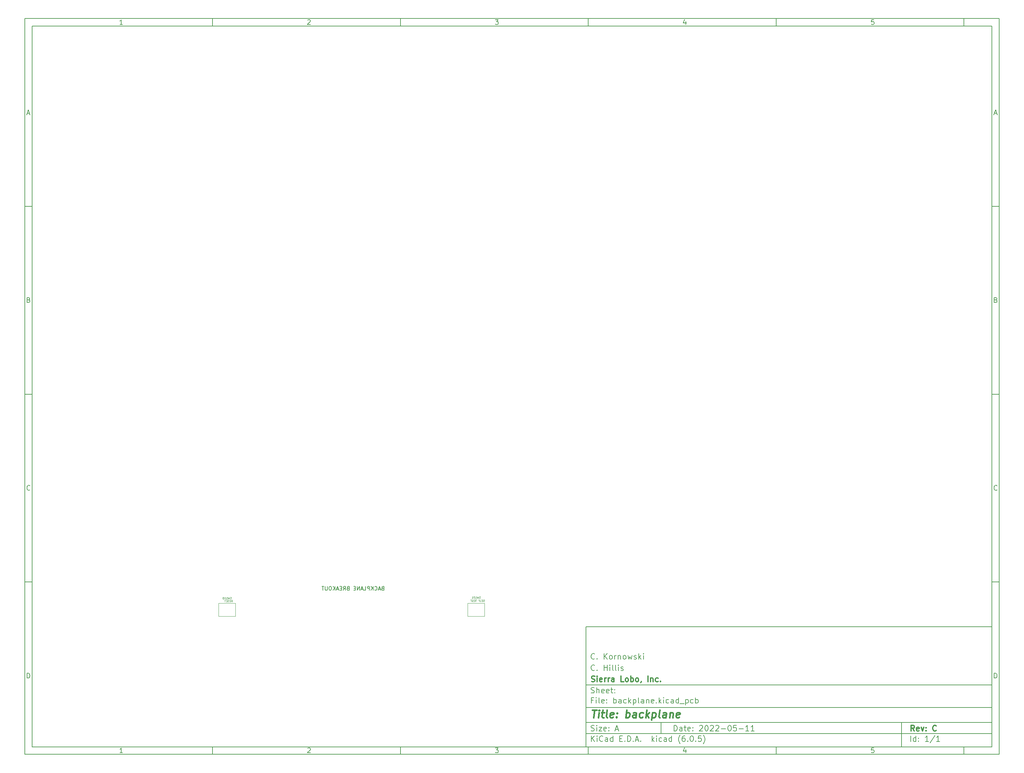
<source format=gbo>
G04 #@! TF.GenerationSoftware,KiCad,Pcbnew,(6.0.5)*
G04 #@! TF.CreationDate,2022-05-19T10:27:32-04:00*
G04 #@! TF.ProjectId,backplane,6261636b-706c-4616-9e65-2e6b69636164,C*
G04 #@! TF.SameCoordinates,Original*
G04 #@! TF.FileFunction,Legend,Bot*
G04 #@! TF.FilePolarity,Positive*
%FSLAX46Y46*%
G04 Gerber Fmt 4.6, Leading zero omitted, Abs format (unit mm)*
G04 Created by KiCad (PCBNEW (6.0.5)) date 2022-05-19 10:27:32*
%MOMM*%
%LPD*%
G01*
G04 APERTURE LIST*
%ADD10C,0.100000*%
%ADD11C,0.150000*%
%ADD12C,0.300000*%
%ADD13C,0.400000*%
%ADD14C,0.120000*%
G04 APERTURE END LIST*
D10*
D11*
X159400000Y-171900000D02*
X159400000Y-203900000D01*
X267400000Y-203900000D01*
X267400000Y-171900000D01*
X159400000Y-171900000D01*
D10*
D11*
X10000000Y-10000000D02*
X10000000Y-205900000D01*
X269400000Y-205900000D01*
X269400000Y-10000000D01*
X10000000Y-10000000D01*
D10*
D11*
X12000000Y-12000000D02*
X12000000Y-203900000D01*
X267400000Y-203900000D01*
X267400000Y-12000000D01*
X12000000Y-12000000D01*
D10*
D11*
X60000000Y-12000000D02*
X60000000Y-10000000D01*
D10*
D11*
X110000000Y-12000000D02*
X110000000Y-10000000D01*
D10*
D11*
X160000000Y-12000000D02*
X160000000Y-10000000D01*
D10*
D11*
X210000000Y-12000000D02*
X210000000Y-10000000D01*
D10*
D11*
X260000000Y-12000000D02*
X260000000Y-10000000D01*
D10*
D11*
X36065476Y-11588095D02*
X35322619Y-11588095D01*
X35694047Y-11588095D02*
X35694047Y-10288095D01*
X35570238Y-10473809D01*
X35446428Y-10597619D01*
X35322619Y-10659523D01*
D10*
D11*
X85322619Y-10411904D02*
X85384523Y-10350000D01*
X85508333Y-10288095D01*
X85817857Y-10288095D01*
X85941666Y-10350000D01*
X86003571Y-10411904D01*
X86065476Y-10535714D01*
X86065476Y-10659523D01*
X86003571Y-10845238D01*
X85260714Y-11588095D01*
X86065476Y-11588095D01*
D10*
D11*
X135260714Y-10288095D02*
X136065476Y-10288095D01*
X135632142Y-10783333D01*
X135817857Y-10783333D01*
X135941666Y-10845238D01*
X136003571Y-10907142D01*
X136065476Y-11030952D01*
X136065476Y-11340476D01*
X136003571Y-11464285D01*
X135941666Y-11526190D01*
X135817857Y-11588095D01*
X135446428Y-11588095D01*
X135322619Y-11526190D01*
X135260714Y-11464285D01*
D10*
D11*
X185941666Y-10721428D02*
X185941666Y-11588095D01*
X185632142Y-10226190D02*
X185322619Y-11154761D01*
X186127380Y-11154761D01*
D10*
D11*
X236003571Y-10288095D02*
X235384523Y-10288095D01*
X235322619Y-10907142D01*
X235384523Y-10845238D01*
X235508333Y-10783333D01*
X235817857Y-10783333D01*
X235941666Y-10845238D01*
X236003571Y-10907142D01*
X236065476Y-11030952D01*
X236065476Y-11340476D01*
X236003571Y-11464285D01*
X235941666Y-11526190D01*
X235817857Y-11588095D01*
X235508333Y-11588095D01*
X235384523Y-11526190D01*
X235322619Y-11464285D01*
D10*
D11*
X60000000Y-203900000D02*
X60000000Y-205900000D01*
D10*
D11*
X110000000Y-203900000D02*
X110000000Y-205900000D01*
D10*
D11*
X160000000Y-203900000D02*
X160000000Y-205900000D01*
D10*
D11*
X210000000Y-203900000D02*
X210000000Y-205900000D01*
D10*
D11*
X260000000Y-203900000D02*
X260000000Y-205900000D01*
D10*
D11*
X36065476Y-205488095D02*
X35322619Y-205488095D01*
X35694047Y-205488095D02*
X35694047Y-204188095D01*
X35570238Y-204373809D01*
X35446428Y-204497619D01*
X35322619Y-204559523D01*
D10*
D11*
X85322619Y-204311904D02*
X85384523Y-204250000D01*
X85508333Y-204188095D01*
X85817857Y-204188095D01*
X85941666Y-204250000D01*
X86003571Y-204311904D01*
X86065476Y-204435714D01*
X86065476Y-204559523D01*
X86003571Y-204745238D01*
X85260714Y-205488095D01*
X86065476Y-205488095D01*
D10*
D11*
X135260714Y-204188095D02*
X136065476Y-204188095D01*
X135632142Y-204683333D01*
X135817857Y-204683333D01*
X135941666Y-204745238D01*
X136003571Y-204807142D01*
X136065476Y-204930952D01*
X136065476Y-205240476D01*
X136003571Y-205364285D01*
X135941666Y-205426190D01*
X135817857Y-205488095D01*
X135446428Y-205488095D01*
X135322619Y-205426190D01*
X135260714Y-205364285D01*
D10*
D11*
X185941666Y-204621428D02*
X185941666Y-205488095D01*
X185632142Y-204126190D02*
X185322619Y-205054761D01*
X186127380Y-205054761D01*
D10*
D11*
X236003571Y-204188095D02*
X235384523Y-204188095D01*
X235322619Y-204807142D01*
X235384523Y-204745238D01*
X235508333Y-204683333D01*
X235817857Y-204683333D01*
X235941666Y-204745238D01*
X236003571Y-204807142D01*
X236065476Y-204930952D01*
X236065476Y-205240476D01*
X236003571Y-205364285D01*
X235941666Y-205426190D01*
X235817857Y-205488095D01*
X235508333Y-205488095D01*
X235384523Y-205426190D01*
X235322619Y-205364285D01*
D10*
D11*
X10000000Y-60000000D02*
X12000000Y-60000000D01*
D10*
D11*
X10000000Y-110000000D02*
X12000000Y-110000000D01*
D10*
D11*
X10000000Y-160000000D02*
X12000000Y-160000000D01*
D10*
D11*
X10690476Y-35216666D02*
X11309523Y-35216666D01*
X10566666Y-35588095D02*
X11000000Y-34288095D01*
X11433333Y-35588095D01*
D10*
D11*
X11092857Y-84907142D02*
X11278571Y-84969047D01*
X11340476Y-85030952D01*
X11402380Y-85154761D01*
X11402380Y-85340476D01*
X11340476Y-85464285D01*
X11278571Y-85526190D01*
X11154761Y-85588095D01*
X10659523Y-85588095D01*
X10659523Y-84288095D01*
X11092857Y-84288095D01*
X11216666Y-84350000D01*
X11278571Y-84411904D01*
X11340476Y-84535714D01*
X11340476Y-84659523D01*
X11278571Y-84783333D01*
X11216666Y-84845238D01*
X11092857Y-84907142D01*
X10659523Y-84907142D01*
D10*
D11*
X11402380Y-135464285D02*
X11340476Y-135526190D01*
X11154761Y-135588095D01*
X11030952Y-135588095D01*
X10845238Y-135526190D01*
X10721428Y-135402380D01*
X10659523Y-135278571D01*
X10597619Y-135030952D01*
X10597619Y-134845238D01*
X10659523Y-134597619D01*
X10721428Y-134473809D01*
X10845238Y-134350000D01*
X11030952Y-134288095D01*
X11154761Y-134288095D01*
X11340476Y-134350000D01*
X11402380Y-134411904D01*
D10*
D11*
X10659523Y-185588095D02*
X10659523Y-184288095D01*
X10969047Y-184288095D01*
X11154761Y-184350000D01*
X11278571Y-184473809D01*
X11340476Y-184597619D01*
X11402380Y-184845238D01*
X11402380Y-185030952D01*
X11340476Y-185278571D01*
X11278571Y-185402380D01*
X11154761Y-185526190D01*
X10969047Y-185588095D01*
X10659523Y-185588095D01*
D10*
D11*
X269400000Y-60000000D02*
X267400000Y-60000000D01*
D10*
D11*
X269400000Y-110000000D02*
X267400000Y-110000000D01*
D10*
D11*
X269400000Y-160000000D02*
X267400000Y-160000000D01*
D10*
D11*
X268090476Y-35216666D02*
X268709523Y-35216666D01*
X267966666Y-35588095D02*
X268400000Y-34288095D01*
X268833333Y-35588095D01*
D10*
D11*
X268492857Y-84907142D02*
X268678571Y-84969047D01*
X268740476Y-85030952D01*
X268802380Y-85154761D01*
X268802380Y-85340476D01*
X268740476Y-85464285D01*
X268678571Y-85526190D01*
X268554761Y-85588095D01*
X268059523Y-85588095D01*
X268059523Y-84288095D01*
X268492857Y-84288095D01*
X268616666Y-84350000D01*
X268678571Y-84411904D01*
X268740476Y-84535714D01*
X268740476Y-84659523D01*
X268678571Y-84783333D01*
X268616666Y-84845238D01*
X268492857Y-84907142D01*
X268059523Y-84907142D01*
D10*
D11*
X268802380Y-135464285D02*
X268740476Y-135526190D01*
X268554761Y-135588095D01*
X268430952Y-135588095D01*
X268245238Y-135526190D01*
X268121428Y-135402380D01*
X268059523Y-135278571D01*
X267997619Y-135030952D01*
X267997619Y-134845238D01*
X268059523Y-134597619D01*
X268121428Y-134473809D01*
X268245238Y-134350000D01*
X268430952Y-134288095D01*
X268554761Y-134288095D01*
X268740476Y-134350000D01*
X268802380Y-134411904D01*
D10*
D11*
X268059523Y-185588095D02*
X268059523Y-184288095D01*
X268369047Y-184288095D01*
X268554761Y-184350000D01*
X268678571Y-184473809D01*
X268740476Y-184597619D01*
X268802380Y-184845238D01*
X268802380Y-185030952D01*
X268740476Y-185278571D01*
X268678571Y-185402380D01*
X268554761Y-185526190D01*
X268369047Y-185588095D01*
X268059523Y-185588095D01*
D10*
D11*
X182832142Y-199678571D02*
X182832142Y-198178571D01*
X183189285Y-198178571D01*
X183403571Y-198250000D01*
X183546428Y-198392857D01*
X183617857Y-198535714D01*
X183689285Y-198821428D01*
X183689285Y-199035714D01*
X183617857Y-199321428D01*
X183546428Y-199464285D01*
X183403571Y-199607142D01*
X183189285Y-199678571D01*
X182832142Y-199678571D01*
X184975000Y-199678571D02*
X184975000Y-198892857D01*
X184903571Y-198750000D01*
X184760714Y-198678571D01*
X184475000Y-198678571D01*
X184332142Y-198750000D01*
X184975000Y-199607142D02*
X184832142Y-199678571D01*
X184475000Y-199678571D01*
X184332142Y-199607142D01*
X184260714Y-199464285D01*
X184260714Y-199321428D01*
X184332142Y-199178571D01*
X184475000Y-199107142D01*
X184832142Y-199107142D01*
X184975000Y-199035714D01*
X185475000Y-198678571D02*
X186046428Y-198678571D01*
X185689285Y-198178571D02*
X185689285Y-199464285D01*
X185760714Y-199607142D01*
X185903571Y-199678571D01*
X186046428Y-199678571D01*
X187117857Y-199607142D02*
X186975000Y-199678571D01*
X186689285Y-199678571D01*
X186546428Y-199607142D01*
X186475000Y-199464285D01*
X186475000Y-198892857D01*
X186546428Y-198750000D01*
X186689285Y-198678571D01*
X186975000Y-198678571D01*
X187117857Y-198750000D01*
X187189285Y-198892857D01*
X187189285Y-199035714D01*
X186475000Y-199178571D01*
X187832142Y-199535714D02*
X187903571Y-199607142D01*
X187832142Y-199678571D01*
X187760714Y-199607142D01*
X187832142Y-199535714D01*
X187832142Y-199678571D01*
X187832142Y-198750000D02*
X187903571Y-198821428D01*
X187832142Y-198892857D01*
X187760714Y-198821428D01*
X187832142Y-198750000D01*
X187832142Y-198892857D01*
X189617857Y-198321428D02*
X189689285Y-198250000D01*
X189832142Y-198178571D01*
X190189285Y-198178571D01*
X190332142Y-198250000D01*
X190403571Y-198321428D01*
X190475000Y-198464285D01*
X190475000Y-198607142D01*
X190403571Y-198821428D01*
X189546428Y-199678571D01*
X190475000Y-199678571D01*
X191403571Y-198178571D02*
X191546428Y-198178571D01*
X191689285Y-198250000D01*
X191760714Y-198321428D01*
X191832142Y-198464285D01*
X191903571Y-198750000D01*
X191903571Y-199107142D01*
X191832142Y-199392857D01*
X191760714Y-199535714D01*
X191689285Y-199607142D01*
X191546428Y-199678571D01*
X191403571Y-199678571D01*
X191260714Y-199607142D01*
X191189285Y-199535714D01*
X191117857Y-199392857D01*
X191046428Y-199107142D01*
X191046428Y-198750000D01*
X191117857Y-198464285D01*
X191189285Y-198321428D01*
X191260714Y-198250000D01*
X191403571Y-198178571D01*
X192475000Y-198321428D02*
X192546428Y-198250000D01*
X192689285Y-198178571D01*
X193046428Y-198178571D01*
X193189285Y-198250000D01*
X193260714Y-198321428D01*
X193332142Y-198464285D01*
X193332142Y-198607142D01*
X193260714Y-198821428D01*
X192403571Y-199678571D01*
X193332142Y-199678571D01*
X193903571Y-198321428D02*
X193975000Y-198250000D01*
X194117857Y-198178571D01*
X194475000Y-198178571D01*
X194617857Y-198250000D01*
X194689285Y-198321428D01*
X194760714Y-198464285D01*
X194760714Y-198607142D01*
X194689285Y-198821428D01*
X193832142Y-199678571D01*
X194760714Y-199678571D01*
X195403571Y-199107142D02*
X196546428Y-199107142D01*
X197546428Y-198178571D02*
X197689285Y-198178571D01*
X197832142Y-198250000D01*
X197903571Y-198321428D01*
X197975000Y-198464285D01*
X198046428Y-198750000D01*
X198046428Y-199107142D01*
X197975000Y-199392857D01*
X197903571Y-199535714D01*
X197832142Y-199607142D01*
X197689285Y-199678571D01*
X197546428Y-199678571D01*
X197403571Y-199607142D01*
X197332142Y-199535714D01*
X197260714Y-199392857D01*
X197189285Y-199107142D01*
X197189285Y-198750000D01*
X197260714Y-198464285D01*
X197332142Y-198321428D01*
X197403571Y-198250000D01*
X197546428Y-198178571D01*
X199403571Y-198178571D02*
X198689285Y-198178571D01*
X198617857Y-198892857D01*
X198689285Y-198821428D01*
X198832142Y-198750000D01*
X199189285Y-198750000D01*
X199332142Y-198821428D01*
X199403571Y-198892857D01*
X199475000Y-199035714D01*
X199475000Y-199392857D01*
X199403571Y-199535714D01*
X199332142Y-199607142D01*
X199189285Y-199678571D01*
X198832142Y-199678571D01*
X198689285Y-199607142D01*
X198617857Y-199535714D01*
X200117857Y-199107142D02*
X201260714Y-199107142D01*
X202760714Y-199678571D02*
X201903571Y-199678571D01*
X202332142Y-199678571D02*
X202332142Y-198178571D01*
X202189285Y-198392857D01*
X202046428Y-198535714D01*
X201903571Y-198607142D01*
X204189285Y-199678571D02*
X203332142Y-199678571D01*
X203760714Y-199678571D02*
X203760714Y-198178571D01*
X203617857Y-198392857D01*
X203475000Y-198535714D01*
X203332142Y-198607142D01*
D10*
D11*
X159400000Y-200400000D02*
X267400000Y-200400000D01*
D10*
D11*
X160832142Y-202478571D02*
X160832142Y-200978571D01*
X161689285Y-202478571D02*
X161046428Y-201621428D01*
X161689285Y-200978571D02*
X160832142Y-201835714D01*
X162332142Y-202478571D02*
X162332142Y-201478571D01*
X162332142Y-200978571D02*
X162260714Y-201050000D01*
X162332142Y-201121428D01*
X162403571Y-201050000D01*
X162332142Y-200978571D01*
X162332142Y-201121428D01*
X163903571Y-202335714D02*
X163832142Y-202407142D01*
X163617857Y-202478571D01*
X163475000Y-202478571D01*
X163260714Y-202407142D01*
X163117857Y-202264285D01*
X163046428Y-202121428D01*
X162975000Y-201835714D01*
X162975000Y-201621428D01*
X163046428Y-201335714D01*
X163117857Y-201192857D01*
X163260714Y-201050000D01*
X163475000Y-200978571D01*
X163617857Y-200978571D01*
X163832142Y-201050000D01*
X163903571Y-201121428D01*
X165189285Y-202478571D02*
X165189285Y-201692857D01*
X165117857Y-201550000D01*
X164975000Y-201478571D01*
X164689285Y-201478571D01*
X164546428Y-201550000D01*
X165189285Y-202407142D02*
X165046428Y-202478571D01*
X164689285Y-202478571D01*
X164546428Y-202407142D01*
X164475000Y-202264285D01*
X164475000Y-202121428D01*
X164546428Y-201978571D01*
X164689285Y-201907142D01*
X165046428Y-201907142D01*
X165189285Y-201835714D01*
X166546428Y-202478571D02*
X166546428Y-200978571D01*
X166546428Y-202407142D02*
X166403571Y-202478571D01*
X166117857Y-202478571D01*
X165975000Y-202407142D01*
X165903571Y-202335714D01*
X165832142Y-202192857D01*
X165832142Y-201764285D01*
X165903571Y-201621428D01*
X165975000Y-201550000D01*
X166117857Y-201478571D01*
X166403571Y-201478571D01*
X166546428Y-201550000D01*
X168403571Y-201692857D02*
X168903571Y-201692857D01*
X169117857Y-202478571D02*
X168403571Y-202478571D01*
X168403571Y-200978571D01*
X169117857Y-200978571D01*
X169760714Y-202335714D02*
X169832142Y-202407142D01*
X169760714Y-202478571D01*
X169689285Y-202407142D01*
X169760714Y-202335714D01*
X169760714Y-202478571D01*
X170475000Y-202478571D02*
X170475000Y-200978571D01*
X170832142Y-200978571D01*
X171046428Y-201050000D01*
X171189285Y-201192857D01*
X171260714Y-201335714D01*
X171332142Y-201621428D01*
X171332142Y-201835714D01*
X171260714Y-202121428D01*
X171189285Y-202264285D01*
X171046428Y-202407142D01*
X170832142Y-202478571D01*
X170475000Y-202478571D01*
X171975000Y-202335714D02*
X172046428Y-202407142D01*
X171975000Y-202478571D01*
X171903571Y-202407142D01*
X171975000Y-202335714D01*
X171975000Y-202478571D01*
X172617857Y-202050000D02*
X173332142Y-202050000D01*
X172475000Y-202478571D02*
X172975000Y-200978571D01*
X173475000Y-202478571D01*
X173975000Y-202335714D02*
X174046428Y-202407142D01*
X173975000Y-202478571D01*
X173903571Y-202407142D01*
X173975000Y-202335714D01*
X173975000Y-202478571D01*
X176975000Y-202478571D02*
X176975000Y-200978571D01*
X177117857Y-201907142D02*
X177546428Y-202478571D01*
X177546428Y-201478571D02*
X176975000Y-202050000D01*
X178189285Y-202478571D02*
X178189285Y-201478571D01*
X178189285Y-200978571D02*
X178117857Y-201050000D01*
X178189285Y-201121428D01*
X178260714Y-201050000D01*
X178189285Y-200978571D01*
X178189285Y-201121428D01*
X179546428Y-202407142D02*
X179403571Y-202478571D01*
X179117857Y-202478571D01*
X178975000Y-202407142D01*
X178903571Y-202335714D01*
X178832142Y-202192857D01*
X178832142Y-201764285D01*
X178903571Y-201621428D01*
X178975000Y-201550000D01*
X179117857Y-201478571D01*
X179403571Y-201478571D01*
X179546428Y-201550000D01*
X180832142Y-202478571D02*
X180832142Y-201692857D01*
X180760714Y-201550000D01*
X180617857Y-201478571D01*
X180332142Y-201478571D01*
X180189285Y-201550000D01*
X180832142Y-202407142D02*
X180689285Y-202478571D01*
X180332142Y-202478571D01*
X180189285Y-202407142D01*
X180117857Y-202264285D01*
X180117857Y-202121428D01*
X180189285Y-201978571D01*
X180332142Y-201907142D01*
X180689285Y-201907142D01*
X180832142Y-201835714D01*
X182189285Y-202478571D02*
X182189285Y-200978571D01*
X182189285Y-202407142D02*
X182046428Y-202478571D01*
X181760714Y-202478571D01*
X181617857Y-202407142D01*
X181546428Y-202335714D01*
X181475000Y-202192857D01*
X181475000Y-201764285D01*
X181546428Y-201621428D01*
X181617857Y-201550000D01*
X181760714Y-201478571D01*
X182046428Y-201478571D01*
X182189285Y-201550000D01*
X184475000Y-203050000D02*
X184403571Y-202978571D01*
X184260714Y-202764285D01*
X184189285Y-202621428D01*
X184117857Y-202407142D01*
X184046428Y-202050000D01*
X184046428Y-201764285D01*
X184117857Y-201407142D01*
X184189285Y-201192857D01*
X184260714Y-201050000D01*
X184403571Y-200835714D01*
X184475000Y-200764285D01*
X185689285Y-200978571D02*
X185403571Y-200978571D01*
X185260714Y-201050000D01*
X185189285Y-201121428D01*
X185046428Y-201335714D01*
X184975000Y-201621428D01*
X184975000Y-202192857D01*
X185046428Y-202335714D01*
X185117857Y-202407142D01*
X185260714Y-202478571D01*
X185546428Y-202478571D01*
X185689285Y-202407142D01*
X185760714Y-202335714D01*
X185832142Y-202192857D01*
X185832142Y-201835714D01*
X185760714Y-201692857D01*
X185689285Y-201621428D01*
X185546428Y-201550000D01*
X185260714Y-201550000D01*
X185117857Y-201621428D01*
X185046428Y-201692857D01*
X184975000Y-201835714D01*
X186475000Y-202335714D02*
X186546428Y-202407142D01*
X186475000Y-202478571D01*
X186403571Y-202407142D01*
X186475000Y-202335714D01*
X186475000Y-202478571D01*
X187475000Y-200978571D02*
X187617857Y-200978571D01*
X187760714Y-201050000D01*
X187832142Y-201121428D01*
X187903571Y-201264285D01*
X187975000Y-201550000D01*
X187975000Y-201907142D01*
X187903571Y-202192857D01*
X187832142Y-202335714D01*
X187760714Y-202407142D01*
X187617857Y-202478571D01*
X187475000Y-202478571D01*
X187332142Y-202407142D01*
X187260714Y-202335714D01*
X187189285Y-202192857D01*
X187117857Y-201907142D01*
X187117857Y-201550000D01*
X187189285Y-201264285D01*
X187260714Y-201121428D01*
X187332142Y-201050000D01*
X187475000Y-200978571D01*
X188617857Y-202335714D02*
X188689285Y-202407142D01*
X188617857Y-202478571D01*
X188546428Y-202407142D01*
X188617857Y-202335714D01*
X188617857Y-202478571D01*
X190046428Y-200978571D02*
X189332142Y-200978571D01*
X189260714Y-201692857D01*
X189332142Y-201621428D01*
X189475000Y-201550000D01*
X189832142Y-201550000D01*
X189975000Y-201621428D01*
X190046428Y-201692857D01*
X190117857Y-201835714D01*
X190117857Y-202192857D01*
X190046428Y-202335714D01*
X189975000Y-202407142D01*
X189832142Y-202478571D01*
X189475000Y-202478571D01*
X189332142Y-202407142D01*
X189260714Y-202335714D01*
X190617857Y-203050000D02*
X190689285Y-202978571D01*
X190832142Y-202764285D01*
X190903571Y-202621428D01*
X190975000Y-202407142D01*
X191046428Y-202050000D01*
X191046428Y-201764285D01*
X190975000Y-201407142D01*
X190903571Y-201192857D01*
X190832142Y-201050000D01*
X190689285Y-200835714D01*
X190617857Y-200764285D01*
D10*
D11*
X159400000Y-197400000D02*
X267400000Y-197400000D01*
D10*
D12*
X246809285Y-199678571D02*
X246309285Y-198964285D01*
X245952142Y-199678571D02*
X245952142Y-198178571D01*
X246523571Y-198178571D01*
X246666428Y-198250000D01*
X246737857Y-198321428D01*
X246809285Y-198464285D01*
X246809285Y-198678571D01*
X246737857Y-198821428D01*
X246666428Y-198892857D01*
X246523571Y-198964285D01*
X245952142Y-198964285D01*
X248023571Y-199607142D02*
X247880714Y-199678571D01*
X247595000Y-199678571D01*
X247452142Y-199607142D01*
X247380714Y-199464285D01*
X247380714Y-198892857D01*
X247452142Y-198750000D01*
X247595000Y-198678571D01*
X247880714Y-198678571D01*
X248023571Y-198750000D01*
X248095000Y-198892857D01*
X248095000Y-199035714D01*
X247380714Y-199178571D01*
X248595000Y-198678571D02*
X248952142Y-199678571D01*
X249309285Y-198678571D01*
X249880714Y-199535714D02*
X249952142Y-199607142D01*
X249880714Y-199678571D01*
X249809285Y-199607142D01*
X249880714Y-199535714D01*
X249880714Y-199678571D01*
X249880714Y-198750000D02*
X249952142Y-198821428D01*
X249880714Y-198892857D01*
X249809285Y-198821428D01*
X249880714Y-198750000D01*
X249880714Y-198892857D01*
X252595000Y-199535714D02*
X252523571Y-199607142D01*
X252309285Y-199678571D01*
X252166428Y-199678571D01*
X251952142Y-199607142D01*
X251809285Y-199464285D01*
X251737857Y-199321428D01*
X251666428Y-199035714D01*
X251666428Y-198821428D01*
X251737857Y-198535714D01*
X251809285Y-198392857D01*
X251952142Y-198250000D01*
X252166428Y-198178571D01*
X252309285Y-198178571D01*
X252523571Y-198250000D01*
X252595000Y-198321428D01*
D10*
D11*
X160760714Y-199607142D02*
X160975000Y-199678571D01*
X161332142Y-199678571D01*
X161475000Y-199607142D01*
X161546428Y-199535714D01*
X161617857Y-199392857D01*
X161617857Y-199250000D01*
X161546428Y-199107142D01*
X161475000Y-199035714D01*
X161332142Y-198964285D01*
X161046428Y-198892857D01*
X160903571Y-198821428D01*
X160832142Y-198750000D01*
X160760714Y-198607142D01*
X160760714Y-198464285D01*
X160832142Y-198321428D01*
X160903571Y-198250000D01*
X161046428Y-198178571D01*
X161403571Y-198178571D01*
X161617857Y-198250000D01*
X162260714Y-199678571D02*
X162260714Y-198678571D01*
X162260714Y-198178571D02*
X162189285Y-198250000D01*
X162260714Y-198321428D01*
X162332142Y-198250000D01*
X162260714Y-198178571D01*
X162260714Y-198321428D01*
X162832142Y-198678571D02*
X163617857Y-198678571D01*
X162832142Y-199678571D01*
X163617857Y-199678571D01*
X164760714Y-199607142D02*
X164617857Y-199678571D01*
X164332142Y-199678571D01*
X164189285Y-199607142D01*
X164117857Y-199464285D01*
X164117857Y-198892857D01*
X164189285Y-198750000D01*
X164332142Y-198678571D01*
X164617857Y-198678571D01*
X164760714Y-198750000D01*
X164832142Y-198892857D01*
X164832142Y-199035714D01*
X164117857Y-199178571D01*
X165475000Y-199535714D02*
X165546428Y-199607142D01*
X165475000Y-199678571D01*
X165403571Y-199607142D01*
X165475000Y-199535714D01*
X165475000Y-199678571D01*
X165475000Y-198750000D02*
X165546428Y-198821428D01*
X165475000Y-198892857D01*
X165403571Y-198821428D01*
X165475000Y-198750000D01*
X165475000Y-198892857D01*
X167260714Y-199250000D02*
X167975000Y-199250000D01*
X167117857Y-199678571D02*
X167617857Y-198178571D01*
X168117857Y-199678571D01*
D10*
D11*
X245832142Y-202478571D02*
X245832142Y-200978571D01*
X247189285Y-202478571D02*
X247189285Y-200978571D01*
X247189285Y-202407142D02*
X247046428Y-202478571D01*
X246760714Y-202478571D01*
X246617857Y-202407142D01*
X246546428Y-202335714D01*
X246475000Y-202192857D01*
X246475000Y-201764285D01*
X246546428Y-201621428D01*
X246617857Y-201550000D01*
X246760714Y-201478571D01*
X247046428Y-201478571D01*
X247189285Y-201550000D01*
X247903571Y-202335714D02*
X247975000Y-202407142D01*
X247903571Y-202478571D01*
X247832142Y-202407142D01*
X247903571Y-202335714D01*
X247903571Y-202478571D01*
X247903571Y-201550000D02*
X247975000Y-201621428D01*
X247903571Y-201692857D01*
X247832142Y-201621428D01*
X247903571Y-201550000D01*
X247903571Y-201692857D01*
X250546428Y-202478571D02*
X249689285Y-202478571D01*
X250117857Y-202478571D02*
X250117857Y-200978571D01*
X249975000Y-201192857D01*
X249832142Y-201335714D01*
X249689285Y-201407142D01*
X252260714Y-200907142D02*
X250975000Y-202835714D01*
X253546428Y-202478571D02*
X252689285Y-202478571D01*
X253117857Y-202478571D02*
X253117857Y-200978571D01*
X252975000Y-201192857D01*
X252832142Y-201335714D01*
X252689285Y-201407142D01*
D10*
D11*
X159400000Y-193400000D02*
X267400000Y-193400000D01*
D10*
D13*
X161112380Y-194104761D02*
X162255238Y-194104761D01*
X161433809Y-196104761D02*
X161683809Y-194104761D01*
X162671904Y-196104761D02*
X162838571Y-194771428D01*
X162921904Y-194104761D02*
X162814761Y-194200000D01*
X162898095Y-194295238D01*
X163005238Y-194200000D01*
X162921904Y-194104761D01*
X162898095Y-194295238D01*
X163505238Y-194771428D02*
X164267142Y-194771428D01*
X163874285Y-194104761D02*
X163660000Y-195819047D01*
X163731428Y-196009523D01*
X163910000Y-196104761D01*
X164100476Y-196104761D01*
X165052857Y-196104761D02*
X164874285Y-196009523D01*
X164802857Y-195819047D01*
X165017142Y-194104761D01*
X166588571Y-196009523D02*
X166386190Y-196104761D01*
X166005238Y-196104761D01*
X165826666Y-196009523D01*
X165755238Y-195819047D01*
X165850476Y-195057142D01*
X165969523Y-194866666D01*
X166171904Y-194771428D01*
X166552857Y-194771428D01*
X166731428Y-194866666D01*
X166802857Y-195057142D01*
X166779047Y-195247619D01*
X165802857Y-195438095D01*
X167552857Y-195914285D02*
X167636190Y-196009523D01*
X167529047Y-196104761D01*
X167445714Y-196009523D01*
X167552857Y-195914285D01*
X167529047Y-196104761D01*
X167683809Y-194866666D02*
X167767142Y-194961904D01*
X167660000Y-195057142D01*
X167576666Y-194961904D01*
X167683809Y-194866666D01*
X167660000Y-195057142D01*
X170005238Y-196104761D02*
X170255238Y-194104761D01*
X170160000Y-194866666D02*
X170362380Y-194771428D01*
X170743333Y-194771428D01*
X170921904Y-194866666D01*
X171005238Y-194961904D01*
X171076666Y-195152380D01*
X171005238Y-195723809D01*
X170886190Y-195914285D01*
X170779047Y-196009523D01*
X170576666Y-196104761D01*
X170195714Y-196104761D01*
X170017142Y-196009523D01*
X172671904Y-196104761D02*
X172802857Y-195057142D01*
X172731428Y-194866666D01*
X172552857Y-194771428D01*
X172171904Y-194771428D01*
X171969523Y-194866666D01*
X172683809Y-196009523D02*
X172481428Y-196104761D01*
X172005238Y-196104761D01*
X171826666Y-196009523D01*
X171755238Y-195819047D01*
X171779047Y-195628571D01*
X171898095Y-195438095D01*
X172100476Y-195342857D01*
X172576666Y-195342857D01*
X172779047Y-195247619D01*
X174493333Y-196009523D02*
X174290952Y-196104761D01*
X173910000Y-196104761D01*
X173731428Y-196009523D01*
X173648095Y-195914285D01*
X173576666Y-195723809D01*
X173648095Y-195152380D01*
X173767142Y-194961904D01*
X173874285Y-194866666D01*
X174076666Y-194771428D01*
X174457619Y-194771428D01*
X174636190Y-194866666D01*
X175338571Y-196104761D02*
X175588571Y-194104761D01*
X175624285Y-195342857D02*
X176100476Y-196104761D01*
X176267142Y-194771428D02*
X175410000Y-195533333D01*
X177124285Y-194771428D02*
X176874285Y-196771428D01*
X177112380Y-194866666D02*
X177314761Y-194771428D01*
X177695714Y-194771428D01*
X177874285Y-194866666D01*
X177957619Y-194961904D01*
X178029047Y-195152380D01*
X177957619Y-195723809D01*
X177838571Y-195914285D01*
X177731428Y-196009523D01*
X177529047Y-196104761D01*
X177148095Y-196104761D01*
X176969523Y-196009523D01*
X179052857Y-196104761D02*
X178874285Y-196009523D01*
X178802857Y-195819047D01*
X179017142Y-194104761D01*
X180671904Y-196104761D02*
X180802857Y-195057142D01*
X180731428Y-194866666D01*
X180552857Y-194771428D01*
X180171904Y-194771428D01*
X179969523Y-194866666D01*
X180683809Y-196009523D02*
X180481428Y-196104761D01*
X180005238Y-196104761D01*
X179826666Y-196009523D01*
X179755238Y-195819047D01*
X179779047Y-195628571D01*
X179898095Y-195438095D01*
X180100476Y-195342857D01*
X180576666Y-195342857D01*
X180779047Y-195247619D01*
X181790952Y-194771428D02*
X181624285Y-196104761D01*
X181767142Y-194961904D02*
X181874285Y-194866666D01*
X182076666Y-194771428D01*
X182362380Y-194771428D01*
X182540952Y-194866666D01*
X182612380Y-195057142D01*
X182481428Y-196104761D01*
X184207619Y-196009523D02*
X184005238Y-196104761D01*
X183624285Y-196104761D01*
X183445714Y-196009523D01*
X183374285Y-195819047D01*
X183469523Y-195057142D01*
X183588571Y-194866666D01*
X183790952Y-194771428D01*
X184171904Y-194771428D01*
X184350476Y-194866666D01*
X184421904Y-195057142D01*
X184398095Y-195247619D01*
X183421904Y-195438095D01*
D10*
D11*
X161332142Y-191492857D02*
X160832142Y-191492857D01*
X160832142Y-192278571D02*
X160832142Y-190778571D01*
X161546428Y-190778571D01*
X162117857Y-192278571D02*
X162117857Y-191278571D01*
X162117857Y-190778571D02*
X162046428Y-190850000D01*
X162117857Y-190921428D01*
X162189285Y-190850000D01*
X162117857Y-190778571D01*
X162117857Y-190921428D01*
X163046428Y-192278571D02*
X162903571Y-192207142D01*
X162832142Y-192064285D01*
X162832142Y-190778571D01*
X164189285Y-192207142D02*
X164046428Y-192278571D01*
X163760714Y-192278571D01*
X163617857Y-192207142D01*
X163546428Y-192064285D01*
X163546428Y-191492857D01*
X163617857Y-191350000D01*
X163760714Y-191278571D01*
X164046428Y-191278571D01*
X164189285Y-191350000D01*
X164260714Y-191492857D01*
X164260714Y-191635714D01*
X163546428Y-191778571D01*
X164903571Y-192135714D02*
X164975000Y-192207142D01*
X164903571Y-192278571D01*
X164832142Y-192207142D01*
X164903571Y-192135714D01*
X164903571Y-192278571D01*
X164903571Y-191350000D02*
X164975000Y-191421428D01*
X164903571Y-191492857D01*
X164832142Y-191421428D01*
X164903571Y-191350000D01*
X164903571Y-191492857D01*
X166760714Y-192278571D02*
X166760714Y-190778571D01*
X166760714Y-191350000D02*
X166903571Y-191278571D01*
X167189285Y-191278571D01*
X167332142Y-191350000D01*
X167403571Y-191421428D01*
X167475000Y-191564285D01*
X167475000Y-191992857D01*
X167403571Y-192135714D01*
X167332142Y-192207142D01*
X167189285Y-192278571D01*
X166903571Y-192278571D01*
X166760714Y-192207142D01*
X168760714Y-192278571D02*
X168760714Y-191492857D01*
X168689285Y-191350000D01*
X168546428Y-191278571D01*
X168260714Y-191278571D01*
X168117857Y-191350000D01*
X168760714Y-192207142D02*
X168617857Y-192278571D01*
X168260714Y-192278571D01*
X168117857Y-192207142D01*
X168046428Y-192064285D01*
X168046428Y-191921428D01*
X168117857Y-191778571D01*
X168260714Y-191707142D01*
X168617857Y-191707142D01*
X168760714Y-191635714D01*
X170117857Y-192207142D02*
X169975000Y-192278571D01*
X169689285Y-192278571D01*
X169546428Y-192207142D01*
X169475000Y-192135714D01*
X169403571Y-191992857D01*
X169403571Y-191564285D01*
X169475000Y-191421428D01*
X169546428Y-191350000D01*
X169689285Y-191278571D01*
X169975000Y-191278571D01*
X170117857Y-191350000D01*
X170760714Y-192278571D02*
X170760714Y-190778571D01*
X170903571Y-191707142D02*
X171332142Y-192278571D01*
X171332142Y-191278571D02*
X170760714Y-191850000D01*
X171975000Y-191278571D02*
X171975000Y-192778571D01*
X171975000Y-191350000D02*
X172117857Y-191278571D01*
X172403571Y-191278571D01*
X172546428Y-191350000D01*
X172617857Y-191421428D01*
X172689285Y-191564285D01*
X172689285Y-191992857D01*
X172617857Y-192135714D01*
X172546428Y-192207142D01*
X172403571Y-192278571D01*
X172117857Y-192278571D01*
X171975000Y-192207142D01*
X173546428Y-192278571D02*
X173403571Y-192207142D01*
X173332142Y-192064285D01*
X173332142Y-190778571D01*
X174760714Y-192278571D02*
X174760714Y-191492857D01*
X174689285Y-191350000D01*
X174546428Y-191278571D01*
X174260714Y-191278571D01*
X174117857Y-191350000D01*
X174760714Y-192207142D02*
X174617857Y-192278571D01*
X174260714Y-192278571D01*
X174117857Y-192207142D01*
X174046428Y-192064285D01*
X174046428Y-191921428D01*
X174117857Y-191778571D01*
X174260714Y-191707142D01*
X174617857Y-191707142D01*
X174760714Y-191635714D01*
X175475000Y-191278571D02*
X175475000Y-192278571D01*
X175475000Y-191421428D02*
X175546428Y-191350000D01*
X175689285Y-191278571D01*
X175903571Y-191278571D01*
X176046428Y-191350000D01*
X176117857Y-191492857D01*
X176117857Y-192278571D01*
X177403571Y-192207142D02*
X177260714Y-192278571D01*
X176975000Y-192278571D01*
X176832142Y-192207142D01*
X176760714Y-192064285D01*
X176760714Y-191492857D01*
X176832142Y-191350000D01*
X176975000Y-191278571D01*
X177260714Y-191278571D01*
X177403571Y-191350000D01*
X177475000Y-191492857D01*
X177475000Y-191635714D01*
X176760714Y-191778571D01*
X178117857Y-192135714D02*
X178189285Y-192207142D01*
X178117857Y-192278571D01*
X178046428Y-192207142D01*
X178117857Y-192135714D01*
X178117857Y-192278571D01*
X178832142Y-192278571D02*
X178832142Y-190778571D01*
X178975000Y-191707142D02*
X179403571Y-192278571D01*
X179403571Y-191278571D02*
X178832142Y-191850000D01*
X180046428Y-192278571D02*
X180046428Y-191278571D01*
X180046428Y-190778571D02*
X179975000Y-190850000D01*
X180046428Y-190921428D01*
X180117857Y-190850000D01*
X180046428Y-190778571D01*
X180046428Y-190921428D01*
X181403571Y-192207142D02*
X181260714Y-192278571D01*
X180975000Y-192278571D01*
X180832142Y-192207142D01*
X180760714Y-192135714D01*
X180689285Y-191992857D01*
X180689285Y-191564285D01*
X180760714Y-191421428D01*
X180832142Y-191350000D01*
X180975000Y-191278571D01*
X181260714Y-191278571D01*
X181403571Y-191350000D01*
X182689285Y-192278571D02*
X182689285Y-191492857D01*
X182617857Y-191350000D01*
X182475000Y-191278571D01*
X182189285Y-191278571D01*
X182046428Y-191350000D01*
X182689285Y-192207142D02*
X182546428Y-192278571D01*
X182189285Y-192278571D01*
X182046428Y-192207142D01*
X181975000Y-192064285D01*
X181975000Y-191921428D01*
X182046428Y-191778571D01*
X182189285Y-191707142D01*
X182546428Y-191707142D01*
X182689285Y-191635714D01*
X184046428Y-192278571D02*
X184046428Y-190778571D01*
X184046428Y-192207142D02*
X183903571Y-192278571D01*
X183617857Y-192278571D01*
X183475000Y-192207142D01*
X183403571Y-192135714D01*
X183332142Y-191992857D01*
X183332142Y-191564285D01*
X183403571Y-191421428D01*
X183475000Y-191350000D01*
X183617857Y-191278571D01*
X183903571Y-191278571D01*
X184046428Y-191350000D01*
X184403571Y-192421428D02*
X185546428Y-192421428D01*
X185903571Y-191278571D02*
X185903571Y-192778571D01*
X185903571Y-191350000D02*
X186046428Y-191278571D01*
X186332142Y-191278571D01*
X186475000Y-191350000D01*
X186546428Y-191421428D01*
X186617857Y-191564285D01*
X186617857Y-191992857D01*
X186546428Y-192135714D01*
X186475000Y-192207142D01*
X186332142Y-192278571D01*
X186046428Y-192278571D01*
X185903571Y-192207142D01*
X187903571Y-192207142D02*
X187760714Y-192278571D01*
X187475000Y-192278571D01*
X187332142Y-192207142D01*
X187260714Y-192135714D01*
X187189285Y-191992857D01*
X187189285Y-191564285D01*
X187260714Y-191421428D01*
X187332142Y-191350000D01*
X187475000Y-191278571D01*
X187760714Y-191278571D01*
X187903571Y-191350000D01*
X188546428Y-192278571D02*
X188546428Y-190778571D01*
X188546428Y-191350000D02*
X188689285Y-191278571D01*
X188975000Y-191278571D01*
X189117857Y-191350000D01*
X189189285Y-191421428D01*
X189260714Y-191564285D01*
X189260714Y-191992857D01*
X189189285Y-192135714D01*
X189117857Y-192207142D01*
X188975000Y-192278571D01*
X188689285Y-192278571D01*
X188546428Y-192207142D01*
D10*
D11*
X159400000Y-187400000D02*
X267400000Y-187400000D01*
D10*
D11*
X160760714Y-189507142D02*
X160975000Y-189578571D01*
X161332142Y-189578571D01*
X161475000Y-189507142D01*
X161546428Y-189435714D01*
X161617857Y-189292857D01*
X161617857Y-189150000D01*
X161546428Y-189007142D01*
X161475000Y-188935714D01*
X161332142Y-188864285D01*
X161046428Y-188792857D01*
X160903571Y-188721428D01*
X160832142Y-188650000D01*
X160760714Y-188507142D01*
X160760714Y-188364285D01*
X160832142Y-188221428D01*
X160903571Y-188150000D01*
X161046428Y-188078571D01*
X161403571Y-188078571D01*
X161617857Y-188150000D01*
X162260714Y-189578571D02*
X162260714Y-188078571D01*
X162903571Y-189578571D02*
X162903571Y-188792857D01*
X162832142Y-188650000D01*
X162689285Y-188578571D01*
X162475000Y-188578571D01*
X162332142Y-188650000D01*
X162260714Y-188721428D01*
X164189285Y-189507142D02*
X164046428Y-189578571D01*
X163760714Y-189578571D01*
X163617857Y-189507142D01*
X163546428Y-189364285D01*
X163546428Y-188792857D01*
X163617857Y-188650000D01*
X163760714Y-188578571D01*
X164046428Y-188578571D01*
X164189285Y-188650000D01*
X164260714Y-188792857D01*
X164260714Y-188935714D01*
X163546428Y-189078571D01*
X165475000Y-189507142D02*
X165332142Y-189578571D01*
X165046428Y-189578571D01*
X164903571Y-189507142D01*
X164832142Y-189364285D01*
X164832142Y-188792857D01*
X164903571Y-188650000D01*
X165046428Y-188578571D01*
X165332142Y-188578571D01*
X165475000Y-188650000D01*
X165546428Y-188792857D01*
X165546428Y-188935714D01*
X164832142Y-189078571D01*
X165975000Y-188578571D02*
X166546428Y-188578571D01*
X166189285Y-188078571D02*
X166189285Y-189364285D01*
X166260714Y-189507142D01*
X166403571Y-189578571D01*
X166546428Y-189578571D01*
X167046428Y-189435714D02*
X167117857Y-189507142D01*
X167046428Y-189578571D01*
X166975000Y-189507142D01*
X167046428Y-189435714D01*
X167046428Y-189578571D01*
X167046428Y-188650000D02*
X167117857Y-188721428D01*
X167046428Y-188792857D01*
X166975000Y-188721428D01*
X167046428Y-188650000D01*
X167046428Y-188792857D01*
D10*
D12*
X160880714Y-186507142D02*
X161095000Y-186578571D01*
X161452142Y-186578571D01*
X161595000Y-186507142D01*
X161666428Y-186435714D01*
X161737857Y-186292857D01*
X161737857Y-186150000D01*
X161666428Y-186007142D01*
X161595000Y-185935714D01*
X161452142Y-185864285D01*
X161166428Y-185792857D01*
X161023571Y-185721428D01*
X160952142Y-185650000D01*
X160880714Y-185507142D01*
X160880714Y-185364285D01*
X160952142Y-185221428D01*
X161023571Y-185150000D01*
X161166428Y-185078571D01*
X161523571Y-185078571D01*
X161737857Y-185150000D01*
X162380714Y-186578571D02*
X162380714Y-185578571D01*
X162380714Y-185078571D02*
X162309285Y-185150000D01*
X162380714Y-185221428D01*
X162452142Y-185150000D01*
X162380714Y-185078571D01*
X162380714Y-185221428D01*
X163666428Y-186507142D02*
X163523571Y-186578571D01*
X163237857Y-186578571D01*
X163095000Y-186507142D01*
X163023571Y-186364285D01*
X163023571Y-185792857D01*
X163095000Y-185650000D01*
X163237857Y-185578571D01*
X163523571Y-185578571D01*
X163666428Y-185650000D01*
X163737857Y-185792857D01*
X163737857Y-185935714D01*
X163023571Y-186078571D01*
X164380714Y-186578571D02*
X164380714Y-185578571D01*
X164380714Y-185864285D02*
X164452142Y-185721428D01*
X164523571Y-185650000D01*
X164666428Y-185578571D01*
X164809285Y-185578571D01*
X165309285Y-186578571D02*
X165309285Y-185578571D01*
X165309285Y-185864285D02*
X165380714Y-185721428D01*
X165452142Y-185650000D01*
X165595000Y-185578571D01*
X165737857Y-185578571D01*
X166880714Y-186578571D02*
X166880714Y-185792857D01*
X166809285Y-185650000D01*
X166666428Y-185578571D01*
X166380714Y-185578571D01*
X166237857Y-185650000D01*
X166880714Y-186507142D02*
X166737857Y-186578571D01*
X166380714Y-186578571D01*
X166237857Y-186507142D01*
X166166428Y-186364285D01*
X166166428Y-186221428D01*
X166237857Y-186078571D01*
X166380714Y-186007142D01*
X166737857Y-186007142D01*
X166880714Y-185935714D01*
X169452142Y-186578571D02*
X168737857Y-186578571D01*
X168737857Y-185078571D01*
X170166428Y-186578571D02*
X170023571Y-186507142D01*
X169952142Y-186435714D01*
X169880714Y-186292857D01*
X169880714Y-185864285D01*
X169952142Y-185721428D01*
X170023571Y-185650000D01*
X170166428Y-185578571D01*
X170380714Y-185578571D01*
X170523571Y-185650000D01*
X170595000Y-185721428D01*
X170666428Y-185864285D01*
X170666428Y-186292857D01*
X170595000Y-186435714D01*
X170523571Y-186507142D01*
X170380714Y-186578571D01*
X170166428Y-186578571D01*
X171309285Y-186578571D02*
X171309285Y-185078571D01*
X171309285Y-185650000D02*
X171452142Y-185578571D01*
X171737857Y-185578571D01*
X171880714Y-185650000D01*
X171952142Y-185721428D01*
X172023571Y-185864285D01*
X172023571Y-186292857D01*
X171952142Y-186435714D01*
X171880714Y-186507142D01*
X171737857Y-186578571D01*
X171452142Y-186578571D01*
X171309285Y-186507142D01*
X172880714Y-186578571D02*
X172737857Y-186507142D01*
X172666428Y-186435714D01*
X172595000Y-186292857D01*
X172595000Y-185864285D01*
X172666428Y-185721428D01*
X172737857Y-185650000D01*
X172880714Y-185578571D01*
X173095000Y-185578571D01*
X173237857Y-185650000D01*
X173309285Y-185721428D01*
X173380714Y-185864285D01*
X173380714Y-186292857D01*
X173309285Y-186435714D01*
X173237857Y-186507142D01*
X173095000Y-186578571D01*
X172880714Y-186578571D01*
X174095000Y-186507142D02*
X174095000Y-186578571D01*
X174023571Y-186721428D01*
X173952142Y-186792857D01*
X175880714Y-186578571D02*
X175880714Y-185078571D01*
X176595000Y-185578571D02*
X176595000Y-186578571D01*
X176595000Y-185721428D02*
X176666428Y-185650000D01*
X176809285Y-185578571D01*
X177023571Y-185578571D01*
X177166428Y-185650000D01*
X177237857Y-185792857D01*
X177237857Y-186578571D01*
X178595000Y-186507142D02*
X178452142Y-186578571D01*
X178166428Y-186578571D01*
X178023571Y-186507142D01*
X177952142Y-186435714D01*
X177880714Y-186292857D01*
X177880714Y-185864285D01*
X177952142Y-185721428D01*
X178023571Y-185650000D01*
X178166428Y-185578571D01*
X178452142Y-185578571D01*
X178595000Y-185650000D01*
X179237857Y-186435714D02*
X179309285Y-186507142D01*
X179237857Y-186578571D01*
X179166428Y-186507142D01*
X179237857Y-186435714D01*
X179237857Y-186578571D01*
D10*
D11*
X161689285Y-183435714D02*
X161617857Y-183507142D01*
X161403571Y-183578571D01*
X161260714Y-183578571D01*
X161046428Y-183507142D01*
X160903571Y-183364285D01*
X160832142Y-183221428D01*
X160760714Y-182935714D01*
X160760714Y-182721428D01*
X160832142Y-182435714D01*
X160903571Y-182292857D01*
X161046428Y-182150000D01*
X161260714Y-182078571D01*
X161403571Y-182078571D01*
X161617857Y-182150000D01*
X161689285Y-182221428D01*
X162332142Y-183435714D02*
X162403571Y-183507142D01*
X162332142Y-183578571D01*
X162260714Y-183507142D01*
X162332142Y-183435714D01*
X162332142Y-183578571D01*
X164189285Y-183578571D02*
X164189285Y-182078571D01*
X164189285Y-182792857D02*
X165046428Y-182792857D01*
X165046428Y-183578571D02*
X165046428Y-182078571D01*
X165760714Y-183578571D02*
X165760714Y-182578571D01*
X165760714Y-182078571D02*
X165689285Y-182150000D01*
X165760714Y-182221428D01*
X165832142Y-182150000D01*
X165760714Y-182078571D01*
X165760714Y-182221428D01*
X166689285Y-183578571D02*
X166546428Y-183507142D01*
X166475000Y-183364285D01*
X166475000Y-182078571D01*
X167475000Y-183578571D02*
X167332142Y-183507142D01*
X167260714Y-183364285D01*
X167260714Y-182078571D01*
X168046428Y-183578571D02*
X168046428Y-182578571D01*
X168046428Y-182078571D02*
X167975000Y-182150000D01*
X168046428Y-182221428D01*
X168117857Y-182150000D01*
X168046428Y-182078571D01*
X168046428Y-182221428D01*
X168689285Y-183507142D02*
X168832142Y-183578571D01*
X169117857Y-183578571D01*
X169260714Y-183507142D01*
X169332142Y-183364285D01*
X169332142Y-183292857D01*
X169260714Y-183150000D01*
X169117857Y-183078571D01*
X168903571Y-183078571D01*
X168760714Y-183007142D01*
X168689285Y-182864285D01*
X168689285Y-182792857D01*
X168760714Y-182650000D01*
X168903571Y-182578571D01*
X169117857Y-182578571D01*
X169260714Y-182650000D01*
D10*
D11*
X161689285Y-180435714D02*
X161617857Y-180507142D01*
X161403571Y-180578571D01*
X161260714Y-180578571D01*
X161046428Y-180507142D01*
X160903571Y-180364285D01*
X160832142Y-180221428D01*
X160760714Y-179935714D01*
X160760714Y-179721428D01*
X160832142Y-179435714D01*
X160903571Y-179292857D01*
X161046428Y-179150000D01*
X161260714Y-179078571D01*
X161403571Y-179078571D01*
X161617857Y-179150000D01*
X161689285Y-179221428D01*
X162332142Y-180435714D02*
X162403571Y-180507142D01*
X162332142Y-180578571D01*
X162260714Y-180507142D01*
X162332142Y-180435714D01*
X162332142Y-180578571D01*
X164189285Y-180578571D02*
X164189285Y-179078571D01*
X165046428Y-180578571D02*
X164403571Y-179721428D01*
X165046428Y-179078571D02*
X164189285Y-179935714D01*
X165903571Y-180578571D02*
X165760714Y-180507142D01*
X165689285Y-180435714D01*
X165617857Y-180292857D01*
X165617857Y-179864285D01*
X165689285Y-179721428D01*
X165760714Y-179650000D01*
X165903571Y-179578571D01*
X166117857Y-179578571D01*
X166260714Y-179650000D01*
X166332142Y-179721428D01*
X166403571Y-179864285D01*
X166403571Y-180292857D01*
X166332142Y-180435714D01*
X166260714Y-180507142D01*
X166117857Y-180578571D01*
X165903571Y-180578571D01*
X167046428Y-180578571D02*
X167046428Y-179578571D01*
X167046428Y-179864285D02*
X167117857Y-179721428D01*
X167189285Y-179650000D01*
X167332142Y-179578571D01*
X167475000Y-179578571D01*
X167975000Y-179578571D02*
X167975000Y-180578571D01*
X167975000Y-179721428D02*
X168046428Y-179650000D01*
X168189285Y-179578571D01*
X168403571Y-179578571D01*
X168546428Y-179650000D01*
X168617857Y-179792857D01*
X168617857Y-180578571D01*
X169546428Y-180578571D02*
X169403571Y-180507142D01*
X169332142Y-180435714D01*
X169260714Y-180292857D01*
X169260714Y-179864285D01*
X169332142Y-179721428D01*
X169403571Y-179650000D01*
X169546428Y-179578571D01*
X169760714Y-179578571D01*
X169903571Y-179650000D01*
X169975000Y-179721428D01*
X170046428Y-179864285D01*
X170046428Y-180292857D01*
X169975000Y-180435714D01*
X169903571Y-180507142D01*
X169760714Y-180578571D01*
X169546428Y-180578571D01*
X170546428Y-179578571D02*
X170832142Y-180578571D01*
X171117857Y-179864285D01*
X171403571Y-180578571D01*
X171689285Y-179578571D01*
X172189285Y-180507142D02*
X172332142Y-180578571D01*
X172617857Y-180578571D01*
X172760714Y-180507142D01*
X172832142Y-180364285D01*
X172832142Y-180292857D01*
X172760714Y-180150000D01*
X172617857Y-180078571D01*
X172403571Y-180078571D01*
X172260714Y-180007142D01*
X172189285Y-179864285D01*
X172189285Y-179792857D01*
X172260714Y-179650000D01*
X172403571Y-179578571D01*
X172617857Y-179578571D01*
X172760714Y-179650000D01*
X173475000Y-180578571D02*
X173475000Y-179078571D01*
X173617857Y-180007142D02*
X174046428Y-180578571D01*
X174046428Y-179578571D02*
X173475000Y-180150000D01*
X174689285Y-180578571D02*
X174689285Y-179578571D01*
X174689285Y-179078571D02*
X174617857Y-179150000D01*
X174689285Y-179221428D01*
X174760714Y-179150000D01*
X174689285Y-179078571D01*
X174689285Y-179221428D01*
D10*
D11*
D10*
D11*
D10*
D11*
X179400000Y-197400000D02*
X179400000Y-200400000D01*
D10*
D11*
X243400000Y-197400000D02*
X243400000Y-203900000D01*
D10*
X132357428Y-165236380D02*
X132286000Y-165260190D01*
X132166952Y-165260190D01*
X132119333Y-165236380D01*
X132095523Y-165212571D01*
X132071714Y-165164952D01*
X132071714Y-165117333D01*
X132095523Y-165069714D01*
X132119333Y-165045904D01*
X132166952Y-165022095D01*
X132262190Y-164998285D01*
X132309809Y-164974476D01*
X132333619Y-164950666D01*
X132357428Y-164903047D01*
X132357428Y-164855428D01*
X132333619Y-164807809D01*
X132309809Y-164784000D01*
X132262190Y-164760190D01*
X132143142Y-164760190D01*
X132071714Y-164784000D01*
X131857428Y-164998285D02*
X131690761Y-164998285D01*
X131619333Y-165260190D02*
X131857428Y-165260190D01*
X131857428Y-164760190D01*
X131619333Y-164760190D01*
X131166952Y-165260190D02*
X131405047Y-165260190D01*
X131405047Y-164760190D01*
X130833619Y-164998285D02*
X131000285Y-164998285D01*
X131000285Y-165260190D02*
X131000285Y-164760190D01*
X130762190Y-164760190D01*
X130262190Y-164760190D02*
X129976476Y-164760190D01*
X130119333Y-165260190D02*
X130119333Y-164760190D01*
X129809809Y-164998285D02*
X129643142Y-164998285D01*
X129571714Y-165260190D02*
X129809809Y-165260190D01*
X129809809Y-164760190D01*
X129571714Y-164760190D01*
X129381238Y-165236380D02*
X129309809Y-165260190D01*
X129190761Y-165260190D01*
X129143142Y-165236380D01*
X129119333Y-165212571D01*
X129095523Y-165164952D01*
X129095523Y-165117333D01*
X129119333Y-165069714D01*
X129143142Y-165045904D01*
X129190761Y-165022095D01*
X129286000Y-164998285D01*
X129333619Y-164974476D01*
X129357428Y-164950666D01*
X129381238Y-164903047D01*
X129381238Y-164855428D01*
X129357428Y-164807809D01*
X129333619Y-164784000D01*
X129286000Y-164760190D01*
X129166952Y-164760190D01*
X129095523Y-164784000D01*
X128952666Y-164760190D02*
X128666952Y-164760190D01*
X128809809Y-165260190D02*
X128809809Y-164760190D01*
D11*
X105282142Y-161678571D02*
X105139285Y-161726190D01*
X105091666Y-161773809D01*
X105044047Y-161869047D01*
X105044047Y-162011904D01*
X105091666Y-162107142D01*
X105139285Y-162154761D01*
X105234523Y-162202380D01*
X105615476Y-162202380D01*
X105615476Y-161202380D01*
X105282142Y-161202380D01*
X105186904Y-161250000D01*
X105139285Y-161297619D01*
X105091666Y-161392857D01*
X105091666Y-161488095D01*
X105139285Y-161583333D01*
X105186904Y-161630952D01*
X105282142Y-161678571D01*
X105615476Y-161678571D01*
X104663095Y-161916666D02*
X104186904Y-161916666D01*
X104758333Y-162202380D02*
X104425000Y-161202380D01*
X104091666Y-162202380D01*
X103186904Y-162107142D02*
X103234523Y-162154761D01*
X103377380Y-162202380D01*
X103472619Y-162202380D01*
X103615476Y-162154761D01*
X103710714Y-162059523D01*
X103758333Y-161964285D01*
X103805952Y-161773809D01*
X103805952Y-161630952D01*
X103758333Y-161440476D01*
X103710714Y-161345238D01*
X103615476Y-161250000D01*
X103472619Y-161202380D01*
X103377380Y-161202380D01*
X103234523Y-161250000D01*
X103186904Y-161297619D01*
X102758333Y-162202380D02*
X102758333Y-161202380D01*
X102186904Y-162202380D02*
X102615476Y-161630952D01*
X102186904Y-161202380D02*
X102758333Y-161773809D01*
X101758333Y-162202380D02*
X101758333Y-161202380D01*
X101377380Y-161202380D01*
X101282142Y-161250000D01*
X101234523Y-161297619D01*
X101186904Y-161392857D01*
X101186904Y-161535714D01*
X101234523Y-161630952D01*
X101282142Y-161678571D01*
X101377380Y-161726190D01*
X101758333Y-161726190D01*
X100282142Y-162202380D02*
X100758333Y-162202380D01*
X100758333Y-161202380D01*
X99996428Y-161916666D02*
X99520238Y-161916666D01*
X100091666Y-162202380D02*
X99758333Y-161202380D01*
X99425000Y-162202380D01*
X99091666Y-162202380D02*
X99091666Y-161202380D01*
X98520238Y-162202380D01*
X98520238Y-161202380D01*
X98044047Y-161678571D02*
X97710714Y-161678571D01*
X97567857Y-162202380D02*
X98044047Y-162202380D01*
X98044047Y-161202380D01*
X97567857Y-161202380D01*
X96044047Y-161678571D02*
X95901190Y-161726190D01*
X95853571Y-161773809D01*
X95805952Y-161869047D01*
X95805952Y-162011904D01*
X95853571Y-162107142D01*
X95901190Y-162154761D01*
X95996428Y-162202380D01*
X96377380Y-162202380D01*
X96377380Y-161202380D01*
X96044047Y-161202380D01*
X95948809Y-161250000D01*
X95901190Y-161297619D01*
X95853571Y-161392857D01*
X95853571Y-161488095D01*
X95901190Y-161583333D01*
X95948809Y-161630952D01*
X96044047Y-161678571D01*
X96377380Y-161678571D01*
X94805952Y-162202380D02*
X95139285Y-161726190D01*
X95377380Y-162202380D02*
X95377380Y-161202380D01*
X94996428Y-161202380D01*
X94901190Y-161250000D01*
X94853571Y-161297619D01*
X94805952Y-161392857D01*
X94805952Y-161535714D01*
X94853571Y-161630952D01*
X94901190Y-161678571D01*
X94996428Y-161726190D01*
X95377380Y-161726190D01*
X94377380Y-161678571D02*
X94044047Y-161678571D01*
X93901190Y-162202380D02*
X94377380Y-162202380D01*
X94377380Y-161202380D01*
X93901190Y-161202380D01*
X93520238Y-161916666D02*
X93044047Y-161916666D01*
X93615476Y-162202380D02*
X93282142Y-161202380D01*
X92948809Y-162202380D01*
X92615476Y-162202380D02*
X92615476Y-161202380D01*
X92044047Y-162202380D02*
X92472619Y-161630952D01*
X92044047Y-161202380D02*
X92615476Y-161773809D01*
X91425000Y-161202380D02*
X91234523Y-161202380D01*
X91139285Y-161250000D01*
X91044047Y-161345238D01*
X90996428Y-161535714D01*
X90996428Y-161869047D01*
X91044047Y-162059523D01*
X91139285Y-162154761D01*
X91234523Y-162202380D01*
X91425000Y-162202380D01*
X91520238Y-162154761D01*
X91615476Y-162059523D01*
X91663095Y-161869047D01*
X91663095Y-161535714D01*
X91615476Y-161345238D01*
X91520238Y-161250000D01*
X91425000Y-161202380D01*
X90567857Y-161202380D02*
X90567857Y-162011904D01*
X90520238Y-162107142D01*
X90472619Y-162154761D01*
X90377380Y-162202380D01*
X90186904Y-162202380D01*
X90091666Y-162154761D01*
X90044047Y-162107142D01*
X89996428Y-162011904D01*
X89996428Y-161202380D01*
X89663095Y-161202380D02*
X89091666Y-161202380D01*
X89377380Y-162202380D02*
X89377380Y-161202380D01*
D10*
X64988190Y-165326190D02*
X65154857Y-165088095D01*
X65273904Y-165326190D02*
X65273904Y-164826190D01*
X65083428Y-164826190D01*
X65035809Y-164850000D01*
X65012000Y-164873809D01*
X64988190Y-164921428D01*
X64988190Y-164992857D01*
X65012000Y-165040476D01*
X65035809Y-165064285D01*
X65083428Y-165088095D01*
X65273904Y-165088095D01*
X64773904Y-165064285D02*
X64607238Y-165064285D01*
X64535809Y-165326190D02*
X64773904Y-165326190D01*
X64773904Y-164826190D01*
X64535809Y-164826190D01*
X64345333Y-165302380D02*
X64273904Y-165326190D01*
X64154857Y-165326190D01*
X64107238Y-165302380D01*
X64083428Y-165278571D01*
X64059619Y-165230952D01*
X64059619Y-165183333D01*
X64083428Y-165135714D01*
X64107238Y-165111904D01*
X64154857Y-165088095D01*
X64250095Y-165064285D01*
X64297714Y-165040476D01*
X64321523Y-165016666D01*
X64345333Y-164969047D01*
X64345333Y-164921428D01*
X64321523Y-164873809D01*
X64297714Y-164850000D01*
X64250095Y-164826190D01*
X64131047Y-164826190D01*
X64059619Y-164850000D01*
X63845333Y-165064285D02*
X63678666Y-165064285D01*
X63607238Y-165326190D02*
X63845333Y-165326190D01*
X63845333Y-164826190D01*
X63607238Y-164826190D01*
X63464380Y-164826190D02*
X63178666Y-164826190D01*
X63321523Y-165326190D02*
X63321523Y-164826190D01*
X64995857Y-164545380D02*
X64924428Y-164569190D01*
X64805380Y-164569190D01*
X64757761Y-164545380D01*
X64733952Y-164521571D01*
X64710142Y-164473952D01*
X64710142Y-164426333D01*
X64733952Y-164378714D01*
X64757761Y-164354904D01*
X64805380Y-164331095D01*
X64900619Y-164307285D01*
X64948238Y-164283476D01*
X64972047Y-164259666D01*
X64995857Y-164212047D01*
X64995857Y-164164428D01*
X64972047Y-164116809D01*
X64948238Y-164093000D01*
X64900619Y-164069190D01*
X64781571Y-164069190D01*
X64710142Y-164093000D01*
X64543476Y-164069190D02*
X64424428Y-164569190D01*
X64329190Y-164212047D01*
X64233952Y-164569190D01*
X64114904Y-164069190D01*
X63662523Y-164569190D02*
X63948238Y-164569190D01*
X63805380Y-164569190D02*
X63805380Y-164069190D01*
X63853000Y-164140619D01*
X63900619Y-164188238D01*
X63948238Y-164212047D01*
X63353000Y-164069190D02*
X63305380Y-164069190D01*
X63257761Y-164093000D01*
X63233952Y-164116809D01*
X63210142Y-164164428D01*
X63186333Y-164259666D01*
X63186333Y-164378714D01*
X63210142Y-164473952D01*
X63233952Y-164521571D01*
X63257761Y-164545380D01*
X63305380Y-164569190D01*
X63353000Y-164569190D01*
X63400619Y-164545380D01*
X63424428Y-164521571D01*
X63448238Y-164473952D01*
X63472047Y-164378714D01*
X63472047Y-164259666D01*
X63448238Y-164164428D01*
X63424428Y-164116809D01*
X63400619Y-164093000D01*
X63353000Y-164069190D01*
X62876809Y-164069190D02*
X62829190Y-164069190D01*
X62781571Y-164093000D01*
X62757761Y-164116809D01*
X62733952Y-164164428D01*
X62710142Y-164259666D01*
X62710142Y-164378714D01*
X62733952Y-164473952D01*
X62757761Y-164521571D01*
X62781571Y-164545380D01*
X62829190Y-164569190D01*
X62876809Y-164569190D01*
X62924428Y-164545380D01*
X62948238Y-164521571D01*
X62972047Y-164473952D01*
X62995857Y-164378714D01*
X62995857Y-164259666D01*
X62972047Y-164164428D01*
X62948238Y-164116809D01*
X62924428Y-164093000D01*
X62876809Y-164069190D01*
X131289857Y-164354880D02*
X131218428Y-164378690D01*
X131099380Y-164378690D01*
X131051761Y-164354880D01*
X131027952Y-164331071D01*
X131004142Y-164283452D01*
X131004142Y-164235833D01*
X131027952Y-164188214D01*
X131051761Y-164164404D01*
X131099380Y-164140595D01*
X131194619Y-164116785D01*
X131242238Y-164092976D01*
X131266047Y-164069166D01*
X131289857Y-164021547D01*
X131289857Y-163973928D01*
X131266047Y-163926309D01*
X131242238Y-163902500D01*
X131194619Y-163878690D01*
X131075571Y-163878690D01*
X131004142Y-163902500D01*
X130837476Y-163878690D02*
X130718428Y-164378690D01*
X130623190Y-164021547D01*
X130527952Y-164378690D01*
X130408904Y-163878690D01*
X129956523Y-164378690D02*
X130242238Y-164378690D01*
X130099380Y-164378690D02*
X130099380Y-163878690D01*
X130147000Y-163950119D01*
X130194619Y-163997738D01*
X130242238Y-164021547D01*
X129647000Y-163878690D02*
X129599380Y-163878690D01*
X129551761Y-163902500D01*
X129527952Y-163926309D01*
X129504142Y-163973928D01*
X129480333Y-164069166D01*
X129480333Y-164188214D01*
X129504142Y-164283452D01*
X129527952Y-164331071D01*
X129551761Y-164354880D01*
X129599380Y-164378690D01*
X129647000Y-164378690D01*
X129694619Y-164354880D01*
X129718428Y-164331071D01*
X129742238Y-164283452D01*
X129766047Y-164188214D01*
X129766047Y-164069166D01*
X129742238Y-163973928D01*
X129718428Y-163926309D01*
X129694619Y-163902500D01*
X129647000Y-163878690D01*
X129004142Y-164378690D02*
X129289857Y-164378690D01*
X129147000Y-164378690D02*
X129147000Y-163878690D01*
X129194619Y-163950119D01*
X129242238Y-163997738D01*
X129289857Y-164021547D01*
D14*
X61600000Y-169150000D02*
X66100000Y-169150000D01*
X61600000Y-165650000D02*
X66100000Y-165650000D01*
X66100000Y-165650000D02*
X66100000Y-169150000D01*
X61600000Y-165650000D02*
X61600000Y-169150000D01*
X127900000Y-165650000D02*
X127900000Y-169150000D01*
X127900000Y-169150000D02*
X132400000Y-169150000D01*
X132400000Y-165650000D02*
X132400000Y-169150000D01*
X127900000Y-165650000D02*
X132400000Y-165650000D01*
M02*

</source>
